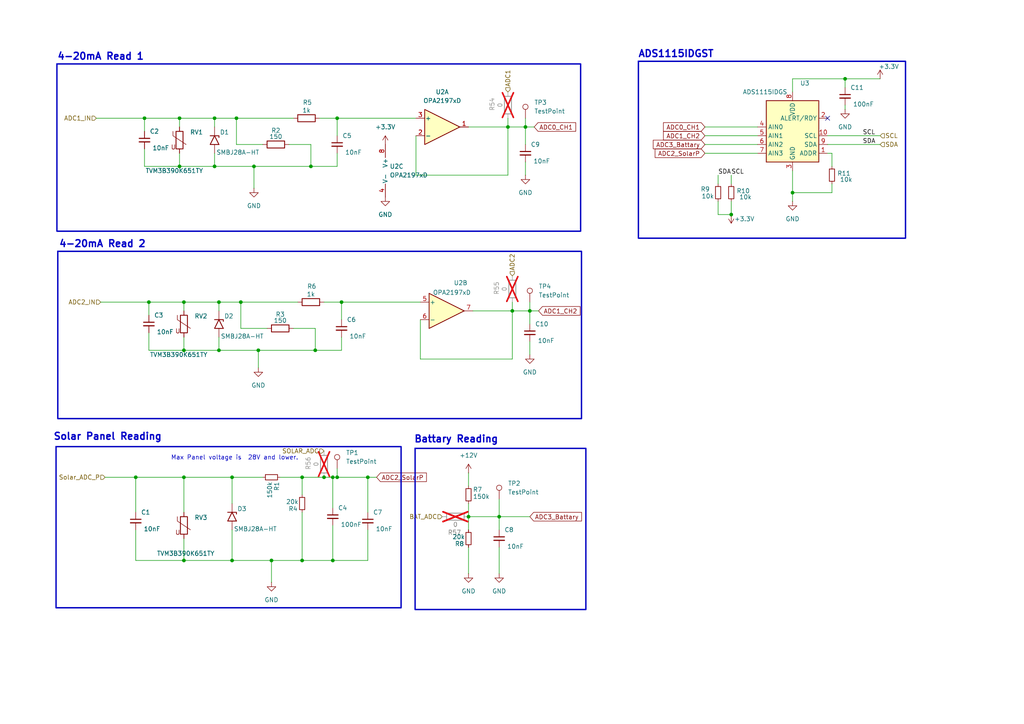
<source format=kicad_sch>
(kicad_sch (version 20250114) (generator "eeschema") (generator_version "9.0")
  (paper "A4")
  (title_block (title "Analog Reading") (date "2025-05-20") (company "Mergened") (comment 1 "Designed by Oguzhan ESEN"))
  (lib_symbols
    (symbol "Amplifier_Operational:OPA2197xD" (pin_names (offset 0.127))
      (property "Reference" "U" (at 2.54 6.35 0))
      (property "Value" "OPA2197xD" (at 2.54 3.81 0))
      (symbol "OPA2197xD_1_1"
        (polyline (pts (xy 5.08 0) (xy -5.08 5.08) (xy -5.08 -5.08) (xy 5.08 0)) (stroke (width 0.254)) (fill (type background)))
        (pin input line (at -7.62 2.54 0) (length 2.54) (name "+") (number "3"))
        (pin input line (at -7.62 -2.54 0) (length 2.54) (name "-") (number "2"))
        (pin output line (at 7.62 0 180) (length 2.54) (name "~") (number "1"))
      )
      (symbol "OPA2197xD_2_1"
        (polyline (pts (xy 5.08 0) (xy -5.08 5.08) (xy -5.08 -5.08) (xy 5.08 0)) (stroke (width 0.254)) (fill (type background)))
        (pin input line (at -7.62 2.54 0) (length 2.54) (name "+") (number "5"))
        (pin input line (at -7.62 -2.54 0) (length 2.54) (name "-") (number "6"))
        (pin output line (at 7.62 0 180) (length 2.54) (name "~") (number "7"))
      )
      (symbol "OPA2197xD_3_1"
        (pin power_in line (at 0 7.62 270) (length 3.81) (name "V+") (number "8"))
        (pin power_in line (at 0 -7.62 90) (length 3.81) (name "V-") (number "4"))
      )
    )
    (symbol "Analog_ADC:ADS1115IDGS"
      (property "Reference" "U" (at 2.54 13.97 0))
      (property "Value" "ADS1115IDGS" (at 7.62 11.43 0))
      (symbol "ADS1115IDGS_0_1"
        (rectangle (start -7.62 10.16) (end 7.62 -7.62) (stroke (width 0.254)) (fill (type background)))
      )
      (symbol "ADS1115IDGS_1_1"
        (pin input line (at -10.16 2.54 0) (length 2.54) (name "AIN0") (number "4"))
        (pin input line (at -10.16 0 0) (length 2.54) (name "AIN1") (number "5"))
        (pin input line (at -10.16 -2.54 0) (length 2.54) (name "AIN2") (number "6"))
        (pin input line (at -10.16 -5.08 0) (length 2.54) (name "AIN3") (number "7"))
        (pin power_in line (at 0 12.7 270) (length 2.54) (name "VDD") (number "8"))
        (pin power_in line (at 0 -10.16 90) (length 2.54) (name "GND") (number "3"))
        (pin output line (at 10.16 5.08 180) (length 2.54) (name "ALERT/RDY") (number "2"))
        (pin input line (at 10.16 0 180) (length 2.54) (name "SCL") (number "10"))
        (pin bidirectional line (at 10.16 -2.54 180) (length 2.54) (name "SDA") (number "9"))
        (pin input line (at 10.16 -5.08 180) (length 2.54) (name "ADDR") (number "1"))
      )
    )
    (symbol "Connector:TestPoint" (pin_numbers (hide yes)) (pin_names (offset 0.762) (hide yes))
      (property "Reference" "TP" (at 0 6.858 0))
      (property "Value" "TestPoint" (at 0 5.08 0))
      (symbol "TestPoint_0_1"
        (circle (center 0 3.302) (radius 0.762))
      )
      (symbol "TestPoint_1_1"
        (pin passive line (at 0 0 90) (length 2.54) (name "1") (number "1"))
      )
    )
    (symbol "Device:C_Small" (pin_numbers (hide yes)) (pin_names (offset 0.254) (hide yes))
      (property "Reference" "C" (at 0.254 1.778 0))
      (property "Value" "C_Small" (at 0.254 -2.032 0))
      (symbol "C_Small_0_1"
        (polyline (pts (xy -1.524 0.508) (xy 1.524 0.508)) (stroke (width 0.3048)))
        (polyline (pts (xy -1.524 -0.508) (xy 1.524 -0.508)) (stroke (width 0.3302)))
      )
      (symbol "C_Small_1_1"
        (pin passive line (at 0 2.54 270) (length 2.032) (name "~") (number "1"))
        (pin passive line (at 0 -2.54 90) (length 2.032) (name "~") (number "2"))
      )
    )
    (symbol "Device:R" (pin_numbers (hide yes)) (pin_names (offset 0))
      (property "Reference" "R" (at 2.032 0 90))
      (property "Value" "R" (at 0 0 90))
      (symbol "R_0_1"
        (rectangle (start -1.016 -2.54) (end 1.016 2.54) (stroke (width 0.254)))
      )
      (symbol "R_1_1"
        (pin passive line (at 0 3.81 270) (length 1.27) (name "~") (number "1"))
        (pin passive line (at 0 -3.81 90) (length 1.27) (name "~") (number "2"))
      )
    )
    (symbol "Device:R_Small" (pin_numbers (hide yes)) (pin_names (offset 0.254) (hide yes))
      (property "Reference" "R" (at 0.762 0.508 0))
      (property "Value" "R_Small" (at 0.762 -1.016 0))
      (symbol "R_Small_0_1"
        (rectangle (start -0.762 1.778) (end 0.762 -1.778) (stroke (width 0.2032)))
      )
      (symbol "R_Small_1_1"
        (pin passive line (at 0 2.54 270) (length 0.762) (name "~") (number "1"))
        (pin passive line (at 0 -2.54 90) (length 0.762) (name "~") (number "2"))
      )
    )
    (symbol "Device:Varistor" (pin_numbers (hide yes)) (pin_names (offset 0))
      (property "Reference" "RV" (at 3.175 0 90))
      (property "Value" "Varistor" (at -3.175 0 90))
      (symbol "Varistor_0_0"
        (text "U" (at -1.778 -2.032 0) (effects (font (size 1.27 1.27))))
      )
      (symbol "Varistor_0_1"
        (polyline (pts (xy -1.905 2.54) (xy -1.905 1.27) (xy 1.905 -1.27)))
        (rectangle (start -1.016 -2.54) (end 1.016 2.54) (stroke (width 0.254)))
      )
      (symbol "Varistor_1_1"
        (pin passive line (at 0 3.81 270) (length 1.27) (name "~") (number "1"))
        (pin passive line (at 0 -3.81 90) (length 1.27) (name "~") (number "2"))
      )
    )
    (symbol "Diode:SM6T6V8A" (pin_numbers (hide yes)) (pin_names (offset 1.016) (hide yes))
      (property "Reference" "D" (at 0 2.54 0))
      (property "Value" "SM6T6V8A" (at 0 -2.54 0))
      (symbol "SM6T6V8A_0_1"
        (polyline (pts (xy -0.762 1.27) (xy -1.27 1.27) (xy -1.27 -1.27)) (stroke (width 0.254)))
        (polyline (pts (xy 1.27 1.27) (xy 1.27 -1.27) (xy -1.27 0) (xy 1.27 1.27)) (stroke (width 0.254)))
      )
      (symbol "SM6T6V8A_1_1"
        (pin passive line (at -3.81 0 0) (length 2.54) (name "A1") (number "1"))
        (pin passive line (at 3.81 0 180) (length 2.54) (name "A2") (number "2"))
      )
    )
    (symbol "power:+12V" (power) (pin_numbers (hide yes)) (pin_names (offset 0) (hide yes))
      (property "Value" "+12V" (at 0 3.556 0))
      (symbol "+12V_0_1"
        (polyline (pts (xy -0.762 1.27) (xy 0 2.54)))
        (polyline (pts (xy 0 2.54) (xy 0.762 1.27)))
        (polyline (pts (xy 0 0) (xy 0 2.54)))
      )
      (symbol "+12V_1_1"
        (pin power_in line (at 0 0 90) (length 0) (name "~") (number "1"))
      )
    )
    (symbol "power:+3.3V" (power) (pin_numbers (hide yes)) (pin_names (offset 0) (hide yes))
      (property "Value" "+3.3V" (at 0 3.556 0))
      (symbol "+3.3V_0_1"
        (polyline (pts (xy -0.762 1.27) (xy 0 2.54)))
        (polyline (pts (xy 0 2.54) (xy 0.762 1.27)))
        (polyline (pts (xy 0 0) (xy 0 2.54)))
      )
      (symbol "+3.3V_1_1"
        (pin power_in line (at 0 0 90) (length 0) (name "~") (number "1"))
      )
    )
    (symbol "power:GND" (power) (pin_numbers (hide yes)) (pin_names (offset 0) (hide yes))
      (property "Value" "GND" (at 0 -3.81 0))
      (symbol "GND_0_1"
        (polyline (pts (xy 0 0) (xy 0 -1.27) (xy 1.27 -1.27) (xy 0 -2.54) (xy -1.27 -1.27) (xy 0 -1.27)))
      )
      (symbol "GND_1_1"
        (pin power_in line (at 0 0 270) (length 0) (name "~") (number "1"))
      )
    )
  )
  (rectangle (start 120.396 130.048) (end 169.926 176.784) (stroke (width 0.4)))
  (rectangle (start 185.166 17.78) (end 262.636 69.088) (stroke (width 0.4)))
  (rectangle (start 16.51 18.542) (end 168.402 67.056) (stroke (width 0.4)))
  (rectangle (start 16.764 72.898) (end 168.656 121.412) (stroke (width 0.4)))
  (rectangle (start 16.256 129.54) (end 116.332 176.276) (stroke (width 0.4)))
  (text "Battary Reading\n" (at 132.334 127.508 0) (effects (font (size 2 2) (thickness 0.4) (bold yes))))
  (text "4-20mA Read 2" (at 29.718 70.866 0) (effects (font (size 2 2) (thickness 0.4) (bold yes))))
  (text "Solar Panel Reading\n" (at 31.242 126.746 0) (effects (font (size 2 2) (thickness 0.4) (bold yes))))
  (text "4-20mA Read 1" (at 29.21 16.51 0) (effects (font (size 2 2) (thickness 0.4) (bold yes))))
  (text "ADS1115IDGST " (at 196.85 15.748 0) (effects (font (size 2 2) (thickness 0.4) (bold yes))))
  (text "Max Panel voltage is  28V and lower." (at 68.072 132.842 0) (effects (font (size 1.27 1.27))))
  (junction (at 106.68 138.43))
  (junction (at 135.89 149.86))
  (junction (at 41.91 34.29))
  (junction (at 63.5 87.63))
  (junction (at 144.78 149.86))
  (junction (at 68.58 34.29))
  (junction (at 39.37 138.43))
  (junction (at 91.44 101.6))
  (junction (at 147.32 36.83))
  (junction (at 78.74 162.56))
  (junction (at 96.52 138.43))
  (junction (at 67.31 162.56))
  (junction (at 90.17 48.26))
  (junction (at 148.59 90.17))
  (junction (at 93.98 138.43))
  (junction (at 97.79 34.29))
  (junction (at 96.52 162.56))
  (junction (at 245.11 22.86))
  (junction (at 97.79 138.43))
  (junction (at 53.34 101.6))
  (junction (at 73.66 48.26))
  (junction (at 52.07 48.26))
  (junction (at 212.09 62.23))
  (junction (at 87.63 162.56))
  (junction (at 62.23 34.29))
  (junction (at 229.87 55.88))
  (junction (at 99.06 87.63))
  (junction (at 53.34 162.56))
  (junction (at 153.67 90.17))
  (junction (at 63.5 101.6))
  (junction (at 67.31 138.43))
  (junction (at 62.23 48.26))
  (junction (at 52.07 34.29))
  (junction (at 69.85 87.63))
  (junction (at 152.4 36.83))
  (junction (at 74.93 101.6))
  (junction (at 53.34 138.43))
  (junction (at 53.34 87.63))
  (junction (at 43.18 87.63))
  (junction (at 87.63 138.43))
  (no_connect (at 240.03 34.29))
  (wire (pts (xy 81.28 138.43) (xy 87.63 138.43)))
  (wire (pts (xy 147.32 34.29) (xy 147.32 36.83)))
  (wire (pts (xy 30.48 138.43) (xy 39.37 138.43)))
  (wire (pts (xy 245.11 30.48) (xy 245.11 31.75)))
  (wire (pts (xy 241.3 44.45) (xy 241.3 48.26)))
  (wire (pts (xy 63.5 87.63) (xy 63.5 90.17)))
  (wire (pts (xy 135.89 158.75) (xy 135.89 166.37)))
  (wire (pts (xy 121.92 92.71) (xy 121.92 104.14)))
  (wire (pts (xy 27.94 34.29) (xy 41.91 34.29)))
  (wire (pts (xy 153.67 93.98) (xy 153.67 90.17)))
  (wire (pts (xy 52.07 34.29) (xy 52.07 36.83)))
  (wire (pts (xy 97.79 44.45) (xy 97.79 48.26)))
  (wire (pts (xy 97.79 34.29) (xy 97.79 39.37)))
  (wire (pts (xy 99.06 87.63) (xy 121.92 87.63)))
  (wire (pts (xy 53.34 87.63) (xy 63.5 87.63)))
  (wire (pts (xy 204.47 36.83) (xy 219.71 36.83)))
  (wire (pts (xy 53.34 138.43) (xy 53.34 148.59)))
  (wire (pts (xy 67.31 138.43) (xy 67.31 146.05)))
  (wire (pts (xy 78.74 162.56) (xy 87.63 162.56)))
  (wire (pts (xy 144.78 144.78) (xy 144.78 149.86)))
  (wire (pts (xy 93.98 138.43) (xy 87.63 138.43)))
  (wire (pts (xy 147.32 36.83) (xy 152.4 36.83)))
  (wire (pts (xy 240.03 41.91) (xy 255.27 41.91)))
  (wire (pts (xy 147.32 36.83) (xy 135.89 36.83)))
  (wire (pts (xy 41.91 34.29) (xy 52.07 34.29)))
  (wire (pts (xy 153.67 90.17) (xy 156.21 90.17)))
  (wire (pts (xy 208.28 58.42) (xy 208.28 62.23)))
  (wire (pts (xy 67.31 138.43) (xy 76.2 138.43)))
  (wire (pts (xy 144.78 149.86) (xy 135.89 149.86)))
  (wire (pts (xy 204.47 41.91) (xy 219.71 41.91)))
  (wire (pts (xy 148.59 87.63) (xy 148.59 90.17)))
  (wire (pts (xy 99.06 101.6) (xy 91.44 101.6)))
  (wire (pts (xy 52.07 34.29) (xy 62.23 34.29)))
  (wire (pts (xy 83.82 41.91) (xy 90.17 41.91)))
  (wire (pts (xy 245.11 22.86) (xy 255.27 22.86)))
  (wire (pts (xy 63.5 97.79) (xy 63.5 101.6)))
  (wire (pts (xy 96.52 138.43) (xy 93.98 138.43)))
  (wire (pts (xy 43.18 87.63) (xy 43.18 91.44)))
  (wire (pts (xy 245.11 22.86) (xy 229.87 22.86)))
  (wire (pts (xy 39.37 162.56) (xy 53.34 162.56)))
  (wire (pts (xy 120.65 39.37) (xy 120.65 50.8)))
  (wire (pts (xy 152.4 46.99) (xy 152.4 50.8)))
  (wire (pts (xy 152.4 34.29) (xy 152.4 36.83)))
  (wire (pts (xy 53.34 162.56) (xy 67.31 162.56)))
  (wire (pts (xy 208.28 62.23) (xy 212.09 62.23)))
  (wire (pts (xy 68.58 41.91) (xy 76.2 41.91)))
  (wire (pts (xy 204.47 39.37) (xy 219.71 39.37)))
  (wire (pts (xy 68.58 34.29) (xy 68.58 41.91)))
  (wire (pts (xy 78.74 162.56) (xy 78.74 168.91)))
  (wire (pts (xy 153.67 99.06) (xy 153.67 102.87)))
  (wire (pts (xy 67.31 162.56) (xy 78.74 162.56)))
  (wire (pts (xy 63.5 87.63) (xy 69.85 87.63)))
  (wire (pts (xy 212.09 50.8) (xy 212.09 53.34)))
  (wire (pts (xy 153.67 149.86) (xy 144.78 149.86)))
  (wire (pts (xy 39.37 153.67) (xy 39.37 162.56)))
  (wire (pts (xy 121.92 104.14) (xy 148.59 104.14)))
  (wire (pts (xy 147.32 50.8) (xy 147.32 36.83)))
  (wire (pts (xy 96.52 152.4) (xy 96.52 162.56)))
  (wire (pts (xy 229.87 58.42) (xy 229.87 55.88)))
  (wire (pts (xy 41.91 48.26) (xy 52.07 48.26)))
  (wire (pts (xy 43.18 101.6) (xy 53.34 101.6)))
  (wire (pts (xy 69.85 87.63) (xy 86.36 87.63)))
  (wire (pts (xy 240.03 44.45) (xy 241.3 44.45)))
  (wire (pts (xy 96.52 138.43) (xy 97.79 138.43)))
  (wire (pts (xy 97.79 135.89) (xy 97.79 138.43)))
  (wire (pts (xy 53.34 101.6) (xy 63.5 101.6)))
  (wire (pts (xy 99.06 97.79) (xy 99.06 101.6)))
  (wire (pts (xy 153.67 87.63) (xy 153.67 90.17)))
  (wire (pts (xy 39.37 138.43) (xy 39.37 148.59)))
  (wire (pts (xy 106.68 153.67) (xy 106.68 162.56)))
  (wire (pts (xy 208.28 50.8) (xy 208.28 53.34)))
  (wire (pts (xy 212.09 58.42) (xy 212.09 62.23)))
  (wire (pts (xy 144.78 158.75) (xy 144.78 166.37)))
  (wire (pts (xy 67.31 153.67) (xy 67.31 162.56)))
  (wire (pts (xy 135.89 137.16) (xy 135.89 140.97)))
  (wire (pts (xy 41.91 34.29) (xy 41.91 38.1)))
  (wire (pts (xy 87.63 148.59) (xy 87.63 162.56)))
  (wire (pts (xy 120.65 50.8) (xy 147.32 50.8)))
  (wire (pts (xy 52.07 44.45) (xy 52.07 48.26)))
  (wire (pts (xy 91.44 95.25) (xy 91.44 101.6)))
  (wire (pts (xy 241.3 55.88) (xy 229.87 55.88)))
  (wire (pts (xy 240.03 39.37) (xy 255.27 39.37)))
  (wire (pts (xy 204.47 44.45) (xy 219.71 44.45)))
  (wire (pts (xy 63.5 101.6) (xy 74.93 101.6)))
  (wire (pts (xy 152.4 36.83) (xy 154.94 36.83)))
  (wire (pts (xy 52.07 48.26) (xy 62.23 48.26)))
  (wire (pts (xy 245.11 25.4) (xy 245.11 22.86)))
  (wire (pts (xy 43.18 87.63) (xy 53.34 87.63)))
  (wire (pts (xy 148.59 90.17) (xy 153.67 90.17)))
  (wire (pts (xy 87.63 138.43) (xy 87.63 143.51)))
  (wire (pts (xy 69.85 87.63) (xy 69.85 95.25)))
  (wire (pts (xy 148.59 104.14) (xy 148.59 90.17)))
  (wire (pts (xy 73.66 54.61) (xy 73.66 48.26)))
  (wire (pts (xy 97.79 138.43) (xy 106.68 138.43)))
  (wire (pts (xy 135.89 153.67) (xy 135.89 149.86)))
  (wire (pts (xy 62.23 34.29) (xy 68.58 34.29)))
  (wire (pts (xy 53.34 97.79) (xy 53.34 101.6)))
  (wire (pts (xy 53.34 156.21) (xy 53.34 162.56)))
  (wire (pts (xy 85.09 95.25) (xy 91.44 95.25)))
  (wire (pts (xy 93.98 87.63) (xy 99.06 87.63)))
  (wire (pts (xy 74.93 106.68) (xy 74.93 101.6)))
  (wire (pts (xy 62.23 44.45) (xy 62.23 48.26)))
  (wire (pts (xy 152.4 41.91) (xy 152.4 36.83)))
  (wire (pts (xy 73.66 48.26) (xy 90.17 48.26)))
  (wire (pts (xy 90.17 41.91) (xy 90.17 48.26)))
  (wire (pts (xy 106.68 138.43) (xy 106.68 148.59)))
  (wire (pts (xy 62.23 34.29) (xy 62.23 36.83)))
  (wire (pts (xy 229.87 55.88) (xy 229.87 49.53)))
  (wire (pts (xy 106.68 162.56) (xy 96.52 162.56)))
  (wire (pts (xy 53.34 87.63) (xy 53.34 90.17)))
  (wire (pts (xy 74.93 101.6) (xy 91.44 101.6)))
  (wire (pts (xy 69.85 95.25) (xy 77.47 95.25)))
  (wire (pts (xy 241.3 53.34) (xy 241.3 55.88)))
  (wire (pts (xy 96.52 147.32) (xy 96.52 138.43)))
  (wire (pts (xy 29.21 87.63) (xy 43.18 87.63)))
  (wire (pts (xy 135.89 146.05) (xy 135.89 149.86)))
  (wire (pts (xy 148.59 90.17) (xy 137.16 90.17)))
  (wire (pts (xy 43.18 96.52) (xy 43.18 101.6)))
  (wire (pts (xy 62.23 48.26) (xy 73.66 48.26)))
  (wire (pts (xy 68.58 34.29) (xy 85.09 34.29)))
  (wire (pts (xy 106.68 138.43) (xy 109.22 138.43)))
  (wire (pts (xy 99.06 87.63) (xy 99.06 92.71)))
  (wire (pts (xy 144.78 153.67) (xy 144.78 149.86)))
  (wire (pts (xy 41.91 43.18) (xy 41.91 48.26)))
  (wire (pts (xy 39.37 138.43) (xy 53.34 138.43)))
  (wire (pts (xy 53.34 138.43) (xy 67.31 138.43)))
  (wire (pts (xy 96.52 162.56) (xy 87.63 162.56)))
  (wire (pts (xy 97.79 48.26) (xy 90.17 48.26)))
  (wire (pts (xy 92.71 34.29) (xy 97.79 34.29)))
  (wire (pts (xy 229.87 22.86) (xy 229.87 26.67)))
  (wire (pts (xy 97.79 34.29) (xy 120.65 34.29)))
  (label "SCL" (at 212.09 50.8 0))
  (label "SDA" (at 250.19 41.91 0))
  (label "SCL" (at 250.19 39.37 0))
  (label "SDA" (at 208.28 50.8 0))
  (global_label "ADC1_CH2" (shape input) (at 156.21 90.17 0) (property "Intersheetrefs" "${INTERSHEET_REFS}" (effects (hide yes))))
  (global_label "ADC2_SolarP" (shape input) (at 109.22 138.43 0) (property "Intersheetrefs" "${INTERSHEET_REFS}" (effects (hide yes))))
  (global_label "ADC0_CH1" (shape input) (at 204.47 36.83 180) (property "Intersheetrefs" "${INTERSHEET_REFS}" (effects (hide yes))))
  (global_label "ADC0_CH1" (shape input) (at 154.94 36.83 0) (property "Intersheetrefs" "${INTERSHEET_REFS}" (effects (hide yes))))
  (global_label "ADC3_Battary" (shape input) (at 204.47 41.91 180) (property "Intersheetrefs" "${INTERSHEET_REFS}" (effects (hide yes))))
  (global_label "ADC3_Battary" (shape input) (at 153.67 149.86 0) (property "Intersheetrefs" "${INTERSHEET_REFS}" (effects (hide yes))))
  (global_label "ADC1_CH2" (shape input) (at 204.47 39.37 180) (property "Intersheetrefs" "${INTERSHEET_REFS}" (effects (hide yes))))
  (global_label "ADC2_SolarP" (shape input) (at 204.47 44.45 180) (property "Intersheetrefs" "${INTERSHEET_REFS}" (effects (hide yes))))
  (hierarchical_label "BAT_ADC" (shape input) (at 128.27 149.86 180))
  (hierarchical_label "SOLAR_ADC" (shape input) (at 93.98 130.81 180))
  (hierarchical_label "SDA" (shape input) (at 255.27 41.91 0))
  (hierarchical_label "ADC1_IN" (shape input) (at 27.94 34.29 180))
  (hierarchical_label "ADC1" (shape input) (at 147.32 26.67 90))
  (hierarchical_label "ADC2_IN" (shape input) (at 29.21 87.63 180))
  (hierarchical_label "SCL" (shape input) (at 255.27 39.37 0))
  (hierarchical_label "Solar_ADC_P" (shape input) (at 30.48 138.43 180))
  (hierarchical_label "ADC2" (shape input) (at 148.59 80.01 90))
  (symbol (lib_id "Device:C_Small") (at 97.79 41.91 0) (unit 1)
    (property "Reference" "C5" (at 99.314 39.37 0) (effects (justify left)))
    (property "Value" "10nF" (at 100.076 44.196 0) (effects (justify left)))
    (property "Footprint" "Capacitor_SMD:C_0603_1608Metric_Pad1.08x0.95mm_HandSolder" (effects (hide yes)))
    (property "Description" "MLCC (1608) 0603 10nF 50VDC ±10% X7R" (effects (hide yes)))
    (property "OZDISAN" "CL10B103KB8NNNC" (effects (hide yes)))
  )
  (symbol (lib_id "Connector:TestPoint") (at 97.79 135.89 0) (unit 1)
    (property "Reference" "TP1" (at 100.33 131.3179 0) (effects (justify left)))
    (property "Value" "TestPoint" (at 100.33 133.8579 0) (effects (justify left)))
    (property "Footprint" "TestPoint:TestPoint_Loop_D2.60mm_Drill0.9mm_Beaded" (effects (hide yes)))
    (property "Description" "test point" (effects (hide yes)))
  )
  (symbol (lib_id "Device:R") (at 147.32 30.48 180) (unit 1) (dnp yes)
    (property "Reference" "R54" (at 142.748 30.226 90))
    (property "Value" "0" (at 145.034 30.48 90))
    (property "Footprint" "Resistor_SMD:R_0603_1608Metric_Pad0.98x0.95mm_HandSolder" (effects (hide yes)))
    (property "Description" "Resistor" (effects (hide yes)))
  )
  (symbol (lib_id "Amplifier_Operational:OPA2197xD") (at 128.27 36.83 0) (unit 1)
    (property "Reference" "U2" (at 128.27 26.67 0))
    (property "Value" "OPA2197xD" (at 128.27 29.21 0))
    (property "Footprint" "Package_SO:SOIC-8_3.9x4.9mm_P1.27mm" (effects (hide yes)))
    (property "Datasheet" "http://www.ti.com/lit/ds/symlink/opa2197.pdf" (effects (hide yes)))
    (property "Description" "Dual 36V, Precision, Rail-to-Rail Input/Output, Low Offset Voltage, Operational Amplifier, SOIC-8" (effects (hide yes)))
    (property "OZDISAN" "OPA2197IDR" (effects (hide yes)))
  )
  (symbol (lib_id "Device:C_Small") (at 39.37 151.13 0) (unit 1)
    (property "Reference" "C1" (at 40.894 148.59 0) (effects (justify left)))
    (property "Value" "10nF" (at 41.656 153.416 0) (effects (justify left)))
    (property "Footprint" "Capacitor_SMD:C_0603_1608Metric_Pad1.08x0.95mm_HandSolder" (effects (hide yes)))
    (property "Description" "MLCC (1608) 0603 10nF 50VDC ±10% X7R" (effects (hide yes)))
    (property "OZDISAN" "CL10B103KB8NNNC" (effects (hide yes)))
  )
  (symbol (lib_id "Analog_ADC:ADS1115IDGS") (at 229.87 39.37 0) (unit 1)
    (property "Reference" "U3" (at 232.0641 24.13 0) (effects (justify left)))
    (property "Value" "ADS1115IDGS" (at 215.392 26.67 0) (effects (justify left)))
    (property "Footprint" "Package_SO:TSSOP-10_3x3mm_P0.5mm" (effects (hide yes)))
    (property "Datasheet" "http://www.ti.com/lit/ds/symlink/ads1113.pdf" (effects (hide yes)))
    (property "Description" "Ultra-Small, Low-Power, I2C-Compatible, 860-SPS, 16-Bit ADCs With Internal Reference, Oscillator, and Programmable Comparator, VSSOP-10" (effects (hide yes)))
    (property "OZDISAN" "ADS1115IDGST" (effects (hide yes)))
  )
  (symbol (lib_id "power:+3.3V") (at 212.09 62.23 180) (unit 1)
    (property "Reference" "#PWR022" (effects (hide yes)))
    (property "Value" "+3.3V" (at 215.9 63.5 0))
    (property "Description" "Power symbol creates a global label with name \"+3.3V\"" (effects (hide yes)))
  )
  (symbol (lib_id "Device:R") (at 132.08 149.86 270) (unit 1) (dnp yes)
    (property "Reference" "R57" (at 131.826 154.432 90))
    (property "Value" "0" (at 132.08 152.146 90))
    (property "Footprint" "Resistor_SMD:R_0603_1608Metric_Pad0.98x0.95mm_HandSolder" (effects (hide yes)))
    (property "Description" "Resistor" (effects (hide yes)))
  )
  (symbol (lib_id "power:GND") (at 73.66 54.61 0) (unit 1)
    (property "Reference" "#PWR012" (effects (hide yes)))
    (property "Value" "GND" (at 73.66 59.69 0))
    (property "Description" "Power symbol creates a global label with name \"GND\" , ground" (effects (hide yes)))
  )
  (symbol (lib_id "Device:R_Small") (at 241.3 50.8 0) (unit 1)
    (property "Reference" "R11" (at 242.824 50.292 0) (effects (justify left)))
    (property "Value" "10k" (at 243.586 52.07 0) (effects (justify left)))
    (property "Footprint" "Resistor_SMD:R_0603_1608Metric_Pad0.98x0.95mm_HandSolder" (effects (hide yes)))
    (property "Description" "RES.(1608) 0603 10K Ohms 5% 1/10W-S 100PPM" (effects (hide yes)))
    (property "OZDISAN" "0603SAJ0103TDE" (effects (hide yes)))
  )
  (symbol (lib_id "Device:C_Small") (at 152.4 44.45 0) (unit 1)
    (property "Reference" "C9" (at 153.924 41.91 0) (effects (justify left)))
    (property "Value" "10nF" (at 154.686 46.736 0) (effects (justify left)))
    (property "Footprint" "Capacitor_SMD:C_0603_1608Metric_Pad1.08x0.95mm_HandSolder" (effects (hide yes)))
    (property "Description" "MLCC (1608) 0603 10nF 50VDC ±10% X7R" (effects (hide yes)))
    (property "OZDISAN" "CL10B103KB8NNNC" (effects (hide yes)))
  )
  (symbol (lib_id "Amplifier_Operational:OPA2197xD") (at 111.76 49.53 0) (unit 3)
    (property "Reference" "U2" (at 113.03 48.2599 0) (effects (justify left)))
    (property "Value" "OPA2197xD" (at 113.03 50.7999 0) (effects (justify left)))
    (property "Footprint" "Package_SO:SOIC-8_3.9x4.9mm_P1.27mm" (effects (hide yes)))
    (property "Datasheet" "http://www.ti.com/lit/ds/symlink/opa2197.pdf" (effects (hide yes)))
    (property "Description" "Dual 36V, Precision, Rail-to-Rail Input/Output, Low Offset Voltage, Operational Amplifier, SOIC-8" (effects (hide yes)))
    (property "OZDISAN" "OPA2197IDR" (effects (hide yes)))
  )
  (symbol (lib_id "Device:R_Small") (at 78.74 138.43 270) (unit 1)
    (property "Reference" "R1" (at 80.264 139.7 0) (effects (justify left)))
    (property "Value" "150k" (at 78.232 139.7 0) (effects (justify left)))
    (property "Footprint" "Resistor_SMD:R_0805_2012Metric_Pad1.20x1.40mm_HandSolder" (effects (hide yes)))
    (property "Description" "RES.(2012) 0805 150K Ohms 0.1% 1/8W 50PPM" (effects (hide yes)))
    (property "OZDISAN" "TC0550B1503T5G" (effects (hide yes)))
  )
  (symbol (lib_id "Device:R") (at 148.59 83.82 180) (unit 1) (dnp yes)
    (property "Reference" "R55" (at 144.018 83.566 90))
    (property "Value" "0" (at 146.304 83.82 90))
    (property "Footprint" "Resistor_SMD:R_0603_1608Metric_Pad0.98x0.95mm_HandSolder" (effects (hide yes)))
    (property "Description" "Resistor" (effects (hide yes)))
  )
  (symbol (lib_id "Device:R") (at 88.9 34.29 90) (unit 1)
    (property "Reference" "R5" (at 89.154 29.718 90))
    (property "Value" "1k" (at 88.9 32.004 90))
    (property "Footprint" "Resistor_SMD:R_0603_1608Metric_Pad0.98x0.95mm_HandSolder" (effects (hide yes)))
    (property "Description" "Resistor" (effects (hide yes)))
    (property "OZDISAN" "CRT03F7E1001" (effects (hide yes)))
  )
  (symbol (lib_id "power:GND") (at 78.74 168.91 0) (unit 1)
    (property "Reference" "#PWR014" (effects (hide yes)))
    (property "Value" "GND" (at 78.74 173.99 0))
    (property "Description" "Power symbol creates a global label with name \"GND\" , ground" (effects (hide yes)))
  )
  (symbol (lib_id "power:GND") (at 74.93 106.68 0) (unit 1)
    (property "Reference" "#PWR013" (effects (hide yes)))
    (property "Value" "GND" (at 74.93 111.76 0))
    (property "Description" "Power symbol creates a global label with name \"GND\" , ground" (effects (hide yes)))
  )
  (symbol (lib_id "Device:C_Small") (at 41.91 40.64 0) (unit 1)
    (property "Reference" "C2" (at 43.434 38.1 0) (effects (justify left)))
    (property "Value" "10nF" (at 44.196 42.926 0) (effects (justify left)))
    (property "Footprint" "Capacitor_SMD:C_0603_1608Metric_Pad1.08x0.95mm_HandSolder" (effects (hide yes)))
    (property "Description" "MLCC (1608) 0603 10nF 50VDC ±10% X7R" (effects (hide yes)))
    (property "OZDISAN" "CL10B103KB8NNNC" (effects (hide yes)))
  )
  (symbol (lib_id "Device:C_Small") (at 245.11 27.94 0) (unit 1)
    (property "Reference" "C11" (at 246.634 25.4 0) (effects (justify left)))
    (property "Value" "100nF" (at 247.396 30.226 0) (effects (justify left)))
    (property "Footprint" "Capacitor_SMD:C_0603_1608Metric_Pad1.08x0.95mm_HandSolder" (effects (hide yes)))
    (property "Description" "MLCC (1608) 0603 100nF 50VDC ±10% X7R" (effects (hide yes)))
    (property "OZDISAN" "CC0603KRX7R9BB104" (effects (hide yes)))
  )
  (symbol (lib_id "Connector:TestPoint") (at 144.78 144.78 0) (unit 1)
    (property "Reference" "TP2" (at 147.32 140.2079 0) (effects (justify left)))
    (property "Value" "TestPoint" (at 147.32 142.7479 0) (effects (justify left)))
    (property "Footprint" "TestPoint:TestPoint_Loop_D2.60mm_Drill0.9mm_Beaded" (effects (hide yes)))
    (property "Description" "test point" (effects (hide yes)))
  )
  (symbol (lib_id "Device:Varistor") (at 53.34 93.98 0) (unit 1)
    (property "Reference" "RV2" (at 56.388 91.694 0) (effects (justify left)))
    (property "Value" "TVM3B390K651TY" (at 43.434 102.87 0) (effects (justify left)))
    (property "Footprint" "Resistor_SMD:R_1206_3216Metric_Pad1.30x1.75mm_HandSolder" (effects (hide yes)))
    (property "Description" "Voltage dependent resistor" (effects (hide yes)))
    (property "Sim.Name" "kicad_builtin_varistor" (effects (hide yes)))
    (property "Sim.Device" "SUBCKT" (effects (hide yes)))
    (property "Sim.Pins" "1=A 2=B" (effects (hide yes)))
    (property "Sim.Params" "threshold=1k" (effects (hide yes)))
    (property "Sim.Library" "${KICAD7_SYMBOL_DIR}/Simulation_SPICE.sp" (effects (hide yes)))
    (property "OZDISAN" "TVM3B390K651TY" (effects (hide yes)))
  )
  (symbol (lib_id "power:GND") (at 111.76 57.15 0) (unit 1)
    (property "Reference" "#PWR016" (effects (hide yes)))
    (property "Value" "GND" (at 111.76 62.23 0))
    (property "Description" "Power symbol creates a global label with name \"GND\" , ground" (effects (hide yes)))
  )
  (symbol (lib_id "Device:R_Small") (at 135.89 156.21 180) (unit 1)
    (property "Reference" "R8" (at 134.62 157.734 0) (effects (justify left)))
    (property "Value" "20k" (at 134.874 155.702 0) (effects (justify left)))
    (property "Footprint" "Resistor_SMD:R_0805_2012Metric_Pad1.20x1.40mm_HandSolder" (effects (hide yes)))
    (property "Description" "RES.(2012) 0805 20K Ohms 0.1% 1/8W 25PPM" (effects (hide yes)))
    (property "OZDISAN" "TC0525B2002T5G" (effects (hide yes)))
  )
  (symbol (lib_id "Device:C_Small") (at 144.78 156.21 0) (unit 1)
    (property "Reference" "C8" (at 146.304 153.67 0) (effects (justify left)))
    (property "Value" "10nF" (at 147.066 158.496 0) (effects (justify left)))
    (property "Footprint" "Capacitor_SMD:C_0603_1608Metric_Pad1.08x0.95mm_HandSolder" (effects (hide yes)))
    (property "Description" "MLCC (1608) 0603 10nF 50VDC ±10% X7R" (effects (hide yes)))
    (property "OZDISAN" "CL10B103KB8NNNC" (effects (hide yes)))
  )
  (symbol (lib_id "Device:Varistor") (at 53.34 152.4 0) (unit 1)
    (property "Reference" "RV3" (at 56.388 150.114 0) (effects (justify left)))
    (property "Value" "TVM3B390K651TY" (at 45.466 160.528 0) (effects (justify left)))
    (property "Footprint" "Resistor_SMD:R_1206_3216Metric_Pad1.30x1.75mm_HandSolder" (effects (hide yes)))
    (property "Description" "Voltage dependent resistor" (effects (hide yes)))
    (property "Sim.Name" "kicad_builtin_varistor" (effects (hide yes)))
    (property "Sim.Device" "SUBCKT" (effects (hide yes)))
    (property "Sim.Pins" "1=A 2=B" (effects (hide yes)))
    (property "Sim.Params" "threshold=1k" (effects (hide yes)))
    (property "Sim.Library" "${KICAD7_SYMBOL_DIR}/Simulation_SPICE.sp" (effects (hide yes)))
    (property "OZDISAN" "TVM3B390K651TY" (effects (hide yes)))
  )
  (symbol (lib_id "Device:R_Small") (at 135.89 143.51 0) (unit 1)
    (property "Reference" "R7" (at 137.16 141.986 0) (effects (justify left)))
    (property "Value" "150k" (at 137.16 144.018 0) (effects (justify left)))
    (property "Footprint" "Resistor_SMD:R_0805_2012Metric_Pad1.20x1.40mm_HandSolder" (effects (hide yes)))
    (property "Description" "RES.(2012) 0805 150K Ohms 0.1% 1/8W 50PPM" (effects (hide yes)))
    (property "OZDISAN" "TC0550B1503T5G" (effects (hide yes)))
  )
  (symbol (lib_id "Connector:TestPoint") (at 152.4 34.29 0) (unit 1)
    (property "Reference" "TP3" (at 154.94 29.7179 0) (effects (justify left)))
    (property "Value" "TestPoint" (at 154.94 32.2579 0) (effects (justify left)))
    (property "Footprint" "TestPoint:TestPoint_Loop_D2.60mm_Drill0.9mm_Beaded" (effects (hide yes)))
    (property "Description" "test point" (effects (hide yes)))
  )
  (symbol (lib_id "Device:R") (at 81.28 95.25 90) (unit 1)
    (property "Reference" "R3" (at 81.28 91.186 90))
    (property "Value" "150" (at 81.28 92.964 90))
    (property "Footprint" "Resistor_SMD:R_1210_3225Metric" (effects (hide yes)))
    (property "Description" "RES.(3225) 1210 150 Ohms 0.1% 1/4W 25PPM" (effects (hide yes)))
    (property "OZDISAN" "RN73H2ETTD1500B25" (effects (hide yes)))
  )
  (symbol (lib_id "Device:R_Small") (at 212.09 55.88 0) (unit 1)
    (property "Reference" "R10" (at 213.614 55.372 0) (effects (justify left)))
    (property "Value" "10k" (at 214.376 57.15 0) (effects (justify left)))
    (property "Footprint" "Resistor_SMD:R_0603_1608Metric_Pad0.98x0.95mm_HandSolder" (effects (hide yes)))
    (property "Description" "RES.(1608) 0603 10K Ohms 5% 1/10W-S 100PPM" (effects (hide yes)))
    (property "OZDISAN" "0603SAJ0103TDE" (effects (hide yes)))
  )
  (symbol (lib_id "power:+12V") (at 135.89 137.16 0) (unit 1)
    (property "Reference" "#PWR017" (effects (hide yes)))
    (property "Value" "+12V" (at 135.89 132.08 0))
    (property "Description" "Power symbol creates a global label with name \"+12V\"" (effects (hide yes)))
  )
  (symbol (lib_id "Connector:TestPoint") (at 153.67 87.63 0) (unit 1)
    (property "Reference" "TP4" (at 156.21 83.0579 0) (effects (justify left)))
    (property "Value" "TestPoint" (at 156.21 85.5979 0) (effects (justify left)))
    (property "Footprint" "TestPoint:TestPoint_Loop_D2.60mm_Drill0.9mm_Beaded" (effects (hide yes)))
    (property "Description" "test point" (effects (hide yes)))
  )
  (symbol (lib_id "Device:R") (at 90.17 87.63 90) (unit 1)
    (property "Reference" "R6" (at 90.424 83.058 90))
    (property "Value" "1k" (at 90.17 85.344 90))
    (property "Footprint" "Resistor_SMD:R_0603_1608Metric_Pad0.98x0.95mm_HandSolder" (effects (hide yes)))
    (property "Description" "Resistor" (effects (hide yes)))
    (property "OZDISAN" "CRT03F7E1001" (effects (hide yes)))
  )
  (symbol (lib_id "power:GND") (at 245.11 31.75 0) (unit 1)
    (property "Reference" "#PWR024" (effects (hide yes)))
    (property "Value" "GND" (at 245.11 36.83 0))
    (property "Description" "Power symbol creates a global label with name \"GND\" , ground" (effects (hide yes)))
  )
  (symbol (lib_id "power:GND") (at 152.4 50.8 0) (unit 1)
    (property "Reference" "#PWR020" (effects (hide yes)))
    (property "Value" "GND" (at 152.4 55.88 0))
    (property "Description" "Power symbol creates a global label with name \"GND\" , ground" (effects (hide yes)))
  )
  (symbol (lib_id "Device:R") (at 93.98 134.62 180) (unit 1) (dnp yes)
    (property "Reference" "R56" (at 89.408 134.366 90))
    (property "Value" "0" (at 91.694 134.62 90))
    (property "Footprint" "Resistor_SMD:R_0603_1608Metric_Pad0.98x0.95mm_HandSolder" (effects (hide yes)))
    (property "Description" "Resistor" (effects (hide yes)))
  )
  (symbol (lib_id "Diode:SM6T6V8A") (at 67.31 149.86 270) (unit 1)
    (property "Reference" "D3" (at 68.834 147.574 90) (effects (justify left)))
    (property "Value" "SMBJ28A-HT" (at 67.818 153.416 90) (effects (justify left)))
    (property "Footprint" "Diode_SMD:D_SMB_Handsoldering" (effects (hide yes)))
    (property "Datasheet" "https://cdn.ozdisan.com/ETicaret_Dosya/466384_3420054.pdf" (effects (hide yes)))
    (property "Description" "DIODE TVS 600W 28V DO214AA SMB" (effects (hide yes)))
    (property "OZDISAN" "SMBJ28A-HT" (effects (hide yes)))
  )
  (symbol (lib_id "power:+3.3V") (at 255.27 22.86 0) (unit 1)
    (property "Reference" "#PWR025" (effects (hide yes)))
    (property "Value" "+3.3V" (at 257.81 19.304 0))
    (property "Description" "Power symbol creates a global label with name \"+3.3V\"" (effects (hide yes)))
  )
  (symbol (lib_id "Device:C_Small") (at 43.18 93.98 0) (unit 1)
    (property "Reference" "C3" (at 44.704 91.44 0) (effects (justify left)))
    (property "Value" "10nF" (at 45.466 96.266 0) (effects (justify left)))
    (property "Footprint" "Capacitor_SMD:C_0603_1608Metric_Pad1.08x0.95mm_HandSolder" (effects (hide yes)))
    (property "Description" "MLCC (1608) 0603 10nF 50VDC ±10% X7R" (effects (hide yes)))
    (property "OZDISAN" "CL10B103KB8NNNC" (effects (hide yes)))
  )
  (symbol (lib_id "Device:R_Small") (at 208.28 55.88 0) (unit 1)
    (property "Reference" "R9" (at 203.2 54.864 0) (effects (justify left)))
    (property "Value" "10k" (at 203.454 56.896 0) (effects (justify left)))
    (property "Footprint" "Resistor_SMD:R_0603_1608Metric_Pad0.98x0.95mm_HandSolder" (effects (hide yes)))
    (property "Description" "RES.(1608) 0603 10K Ohms 5% 1/10W-S 100PPM" (effects (hide yes)))
    (property "OZDISAN" "0603SAJ0103TDE" (effects (hide yes)))
  )
  (symbol (lib_id "Device:R") (at 80.01 41.91 90) (unit 1)
    (property "Reference" "R2" (at 80.01 37.846 90))
    (property "Value" "150" (at 80.01 39.624 90))
    (property "Footprint" "Resistor_SMD:R_1210_3225Metric" (effects (hide yes)))
    (property "Description" "RES.(3225) 1210 150 Ohms 0.1% 1/4W 25PPM" (effects (hide yes)))
    (property "OZDISAN" "RN73H2ETTD1500B25" (effects (hide yes)))
  )
  (symbol (lib_id "Device:C_Small") (at 106.68 151.13 0) (unit 1)
    (property "Reference" "C7" (at 108.204 148.59 0) (effects (justify left)))
    (property "Value" "10nF" (at 108.966 153.416 0) (effects (justify left)))
    (property "Footprint" "Capacitor_SMD:C_0603_1608Metric_Pad1.08x0.95mm_HandSolder" (effects (hide yes)))
    (property "Description" "MLCC (1608) 0603 10nF 50VDC ±10% X7R" (effects (hide yes)))
    (property "OZDISAN" "CL10B103KB8NNNC" (effects (hide yes)))
  )
  (symbol (lib_id "Device:C_Small") (at 99.06 95.25 0) (unit 1)
    (property "Reference" "C6" (at 100.584 92.71 0) (effects (justify left)))
    (property "Value" "10nF" (at 101.346 97.536 0) (effects (justify left)))
    (property "Footprint" "Capacitor_SMD:C_0603_1608Metric_Pad1.08x0.95mm_HandSolder" (effects (hide yes)))
    (property "Description" "MLCC (1608) 0603 10nF 50VDC ±10% X7R" (effects (hide yes)))
    (property "OZDISAN" "CL10B103KB8NNNC" (effects (hide yes)))
  )
  (symbol (lib_id "power:GND") (at 153.67 102.87 0) (unit 1)
    (property "Reference" "#PWR021" (effects (hide yes)))
    (property "Value" "GND" (at 153.67 107.95 0))
    (property "Description" "Power symbol creates a global label with name \"GND\" , ground" (effects (hide yes)))
  )
  (symbol (lib_id "Diode:SM6T6V8A") (at 62.23 40.64 270) (unit 1)
    (property "Reference" "D1" (at 63.754 38.354 90) (effects (justify left)))
    (property "Value" "SMBJ28A-HT" (at 62.738 44.196 90) (effects (justify left)))
    (property "Footprint" "Diode_SMD:D_SMB_Handsoldering" (effects (hide yes)))
    (property "Datasheet" "https://cdn.ozdisan.com/ETicaret_Dosya/466384_3420054.pdf" (effects (hide yes)))
    (property "Description" "DIODE TVS 600W 28V DO214AA SMB" (effects (hide yes)))
    (property "OZDISAN" "SMBJ28A-HT" (effects (hide yes)))
  )
  (symbol (lib_id "Diode:SM6T6V8A") (at 63.5 93.98 270) (unit 1)
    (property "Reference" "D2" (at 65.024 91.694 90) (effects (justify left)))
    (property "Value" "SMBJ28A-HT" (at 64.008 97.536 90) (effects (justify left)))
    (property "Footprint" "Diode_SMD:D_SMB_Handsoldering" (effects (hide yes)))
    (property "Datasheet" "https://cdn.ozdisan.com/ETicaret_Dosya/466384_3420054.pdf" (effects (hide yes)))
    (property "Description" "DIODE TVS 600W 28V DO214AA SMB" (effects (hide yes)))
    (property "OZDISAN" "SMBJ28A-HT" (effects (hide yes)))
  )
  (symbol (lib_id "power:GND") (at 135.89 166.37 0) (unit 1)
    (property "Reference" "#PWR018" (effects (hide yes)))
    (property "Value" "GND" (at 135.89 171.45 0))
    (property "Description" "Power symbol creates a global label with name \"GND\" , ground" (effects (hide yes)))
  )
  (symbol (lib_id "power:+3.3V") (at 111.76 41.91 0) (unit 1)
    (property "Reference" "#PWR015" (effects (hide yes)))
    (property "Value" "+3.3V" (at 111.76 36.83 0))
    (property "Description" "Power symbol creates a global label with name \"+3.3V\"" (effects (hide yes)))
  )
  (symbol (lib_id "Device:C_Small") (at 153.67 96.52 0) (unit 1)
    (property "Reference" "C10" (at 155.194 93.98 0) (effects (justify left)))
    (property "Value" "10nF" (at 155.956 98.806 0) (effects (justify left)))
    (property "Footprint" "Capacitor_SMD:C_0603_1608Metric_Pad1.08x0.95mm_HandSolder" (effects (hide yes)))
    (property "Description" "MLCC (1608) 0603 10nF 50VDC ±10% X7R" (effects (hide yes)))
    (property "OZDISAN" "CL10B103KB8NNNC" (effects (hide yes)))
  )
  (symbol (lib_id "power:GND") (at 144.78 166.37 0) (unit 1)
    (property "Reference" "#PWR019" (effects (hide yes)))
    (property "Value" "GND" (at 144.78 171.45 0))
    (property "Description" "Power symbol creates a global label with name \"GND\" , ground" (effects (hide yes)))
  )
  (symbol (lib_id "power:GND") (at 229.87 58.42 0) (unit 1)
    (property "Reference" "#PWR023" (effects (hide yes)))
    (property "Value" "GND" (at 229.87 63.5 0))
    (property "Description" "Power symbol creates a global label with name \"GND\" , ground" (effects (hide yes)))
  )
  (symbol (lib_id "Device:Varistor") (at 52.07 40.64 0) (unit 1)
    (property "Reference" "RV1" (at 55.118 38.354 0) (effects (justify left)))
    (property "Value" "TVM3B390K651TY" (at 42.164 49.53 0) (effects (justify left)))
    (property "Footprint" "Resistor_SMD:R_1206_3216Metric_Pad1.30x1.75mm_HandSolder" (effects (hide yes)))
    (property "Description" "Voltage dependent resistor" (effects (hide yes)))
    (property "Sim.Name" "kicad_builtin_varistor" (effects (hide yes)))
    (property "Sim.Device" "SUBCKT" (effects (hide yes)))
    (property "Sim.Pins" "1=A 2=B" (effects (hide yes)))
    (property "Sim.Params" "threshold=1k" (effects (hide yes)))
    (property "Sim.Library" "${KICAD7_SYMBOL_DIR}/Simulation_SPICE.sp" (effects (hide yes)))
    (property "OZDISAN" "TVM3B390K651TY" (effects (hide yes)))
  )
  (symbol (lib_id "Device:C_Small") (at 96.52 149.86 0) (unit 1)
    (property "Reference" "C4" (at 98.044 147.32 0) (effects (justify left)))
    (property "Value" "100nF" (at 98.806 152.146 0) (effects (justify left)))
    (property "Footprint" "Capacitor_SMD:C_0603_1608Metric_Pad1.08x0.95mm_HandSolder" (effects (hide yes)))
    (property "Description" "MLCC (1608) 0603 100nF 50VDC ±10% X7R" (effects (hide yes)))
    (property "OZDISAN" "CC0603KRX7R9BB104" (effects (hide yes)))
  )
  (symbol (lib_id "Amplifier_Operational:OPA2197xD") (at 129.54 90.17 0) (unit 2)
    (property "Reference" "U2" (at 133.604 82.042 0))
    (property "Value" "OPA2197xD" (at 131.064 84.836 0))
    (property "Footprint" "Package_SO:SOIC-8_3.9x4.9mm_P1.27mm" (effects (hide yes)))
    (property "Datasheet" "http://www.ti.com/lit/ds/symlink/opa2197.pdf" (effects (hide yes)))
    (property "Description" "Dual 36V, Precision, Rail-to-Rail Input/Output, Low Offset Voltage, Operational Amplifier, SOIC-8" (effects (hide yes)))
    (property "OZDISAN" "OPA2197IDR" (effects (hide yes)))
  )
  (symbol (lib_id "Device:R_Small") (at 87.63 146.05 180) (unit 1)
    (property "Reference" "R4" (at 86.36 147.574 0) (effects (justify left)))
    (property "Value" "20k" (at 86.614 145.542 0) (effects (justify left)))
    (property "Footprint" "Resistor_SMD:R_0805_2012Metric_Pad1.20x1.40mm_HandSolder" (effects (hide yes)))
    (property "Description" "RES.(2012) 0805 20K Ohms 0.1% 1/8W 25PPM" (effects (hide yes)))
    (property "OZDISAN" "TC0525B2002T5G" (effects (hide yes)))
  )
)
</source>
